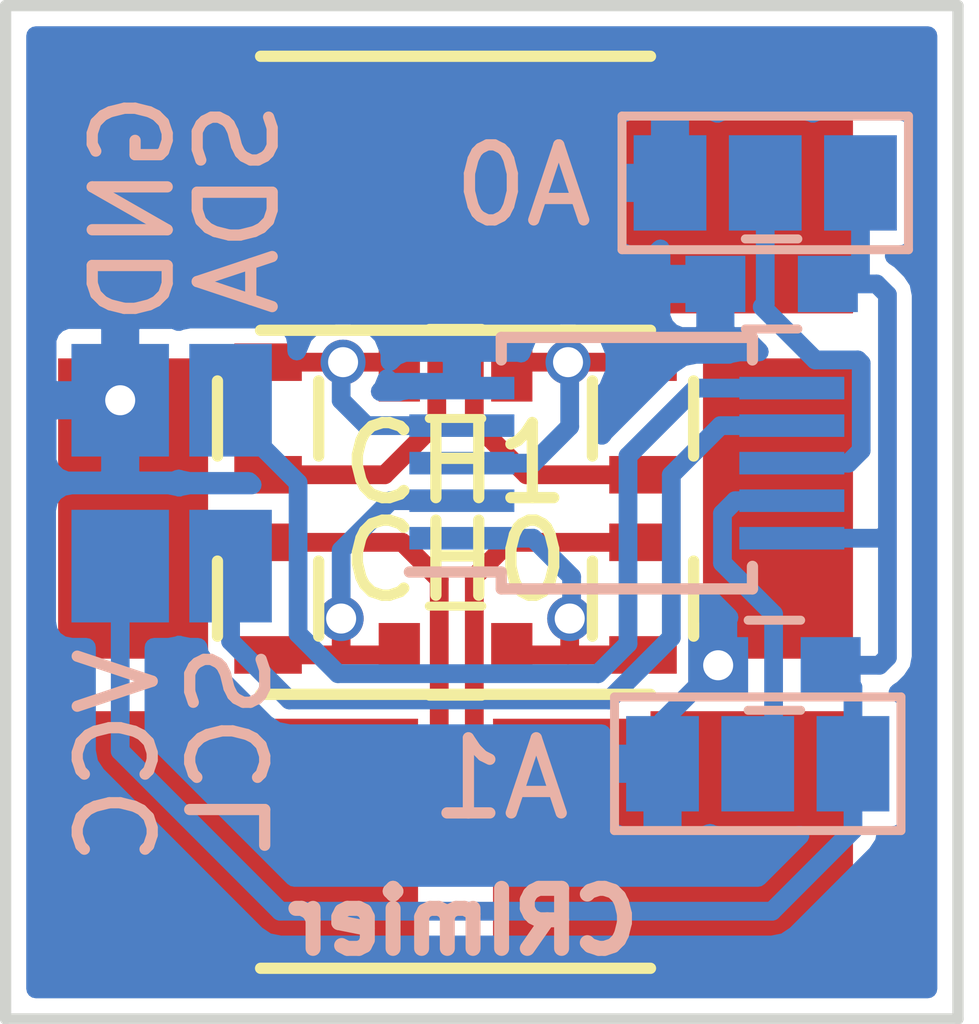
<source format=kicad_pcb>
(kicad_pcb (version 4) (host pcbnew 4.0.4-stable)

  (general
    (links 32)
    (no_connects 4)
    (area 158.924999 109.424999 171.775001 123.075001)
    (thickness 1.6)
    (drawings 5)
    (tracks 113)
    (zones 0)
    (modules 23)
    (nets 15)
  )

  (page A4)
  (layers
    (0 F.Cu signal)
    (31 B.Cu signal)
    (32 B.Adhes user hide)
    (33 F.Adhes user hide)
    (34 B.Paste user hide)
    (35 F.Paste user hide)
    (36 B.SilkS user)
    (37 F.SilkS user)
    (38 B.Mask user hide)
    (39 F.Mask user hide)
    (40 Dwgs.User user)
    (41 Cmts.User user)
    (42 Eco1.User user)
    (43 Eco2.User user hide)
    (44 Edge.Cuts user)
    (45 Margin user)
    (46 B.CrtYd user hide)
    (47 F.CrtYd user hide)
    (48 B.Fab user hide)
    (49 F.Fab user hide)
  )

  (setup
    (last_trace_width 0.25)
    (trace_clearance 0.1)
    (zone_clearance 0.2)
    (zone_45_only no)
    (trace_min 0.2)
    (segment_width 0.2)
    (edge_width 0.15)
    (via_size 0.6)
    (via_drill 0.4)
    (via_min_size 0.4)
    (via_min_drill 0.3)
    (uvia_size 0.3)
    (uvia_drill 0.1)
    (uvias_allowed no)
    (uvia_min_size 0.2)
    (uvia_min_drill 0.1)
    (pcb_text_width 0.3)
    (pcb_text_size 1.5 1.5)
    (mod_edge_width 0.15)
    (mod_text_size 1 1)
    (mod_text_width 0.15)
    (pad_size 2 4)
    (pad_drill 0)
    (pad_to_mask_clearance 0.2)
    (aux_axis_origin 0 0)
    (visible_elements 7FFFFF7F)
    (pcbplotparams
      (layerselection 0x00030_80000001)
      (usegerberextensions false)
      (excludeedgelayer true)
      (linewidth 0.100000)
      (plotframeref false)
      (viasonmask false)
      (mode 1)
      (useauxorigin false)
      (hpglpennumber 1)
      (hpglpenspeed 20)
      (hpglpendiameter 15)
      (hpglpenoverlay 2)
      (psnegative false)
      (psa4output false)
      (plotreference true)
      (plotvalue true)
      (plotinvisibletext false)
      (padsonsilk false)
      (subtractmaskfromsilk false)
      (outputformat 1)
      (mirror false)
      (drillshape 1)
      (scaleselection 1)
      (outputdirectory ""))
  )

  (net 0 "")
  (net 1 VCC)
  (net 2 GND)
  (net 3 "Net-(C2-Pad1)")
  (net 4 "Net-(C2-Pad2)")
  (net 5 "Net-(C3-Pad1)")
  (net 6 "Net-(C3-Pad2)")
  (net 7 "Net-(JP1-Pad2)")
  (net 8 "Net-(JP2-Pad2)")
  (net 9 "Net-(R1-Pad1)")
  (net 10 "Net-(R1-Pad2)")
  (net 11 "Net-(R2-Pad1)")
  (net 12 "Net-(R2-Pad2)")
  (net 13 "Net-(U1-Pad6)")
  (net 14 "Net-(U1-Pad7)")

  (net_class Default "This is the default net class."
    (clearance 0.1)
    (trace_width 0.25)
    (via_dia 0.6)
    (via_drill 0.4)
    (uvia_dia 0.3)
    (uvia_drill 0.1)
    (add_net GND)
    (add_net "Net-(C2-Pad1)")
    (add_net "Net-(C2-Pad2)")
    (add_net "Net-(C3-Pad1)")
    (add_net "Net-(C3-Pad2)")
    (add_net "Net-(JP1-Pad2)")
    (add_net "Net-(JP2-Pad2)")
    (add_net "Net-(R1-Pad1)")
    (add_net "Net-(R1-Pad2)")
    (add_net "Net-(R2-Pad1)")
    (add_net "Net-(R2-Pad2)")
    (add_net "Net-(U1-Pad6)")
    (add_net "Net-(U1-Pad7)")
    (add_net VCC)
  )

  (module Capacitors_SMD:C_0603 (layer B.Cu) (tedit 589A87EA) (tstamp 589A6E59)
    (at 169.2522 118.2878 180)
    (descr "Capacitor SMD 0603, reflow soldering, AVX (see smccp.pdf)")
    (tags "capacitor 0603")
    (path /588006F0)
    (attr smd)
    (fp_text reference C1 (at 0 1.9 180) (layer B.SilkS) hide
      (effects (font (size 1 1) (thickness 0.15)) (justify mirror))
    )
    (fp_text value C_Small (at 0 -1.9 180) (layer B.Fab)
      (effects (font (size 1 1) (thickness 0.15)) (justify mirror))
    )
    (fp_line (start -0.8 -0.4) (end -0.8 0.4) (layer B.Fab) (width 0.1))
    (fp_line (start 0.8 -0.4) (end -0.8 -0.4) (layer B.Fab) (width 0.1))
    (fp_line (start 0.8 0.4) (end 0.8 -0.4) (layer B.Fab) (width 0.1))
    (fp_line (start -0.8 0.4) (end 0.8 0.4) (layer B.Fab) (width 0.1))
    (fp_line (start -1.45 0.75) (end 1.45 0.75) (layer B.CrtYd) (width 0.05))
    (fp_line (start -1.45 -0.75) (end 1.45 -0.75) (layer B.CrtYd) (width 0.05))
    (fp_line (start -1.45 0.75) (end -1.45 -0.75) (layer B.CrtYd) (width 0.05))
    (fp_line (start 1.45 0.75) (end 1.45 -0.75) (layer B.CrtYd) (width 0.05))
    (fp_line (start -0.35 0.6) (end 0.35 0.6) (layer B.SilkS) (width 0.12))
    (fp_line (start 0.35 -0.6) (end -0.35 -0.6) (layer B.SilkS) (width 0.12))
    (pad 1 smd rect (at -0.75 0 180) (size 0.8 0.75) (layers B.Cu B.Paste B.Mask)
      (net 1 VCC))
    (pad 2 smd rect (at 0.75 0 180) (size 0.8 0.75) (layers B.Cu B.Paste B.Mask)
      (net 2 GND))
    (model Capacitors_SMD.3dshapes/C_0603.wrl
      (at (xyz 0 0 0))
      (scale (xyz 1 1 1))
      (rotate (xyz 0 0 0))
    )
  )

  (module Capacitors_SMD:C_0603 (layer F.Cu) (tedit 589B96BA) (tstamp 589A6E5F)
    (at 165 114.4 180)
    (descr "Capacitor SMD 0603, reflow soldering, AVX (see smccp.pdf)")
    (tags "capacitor 0603")
    (path /589A7237)
    (attr smd)
    (fp_text reference C2 (at 0 -1.9 180) (layer F.SilkS) hide
      (effects (font (size 1 1) (thickness 0.15)))
    )
    (fp_text value C_Small (at 0 1.9 180) (layer F.Fab) hide
      (effects (font (size 1 1) (thickness 0.15)))
    )
    (fp_line (start -0.8 0.4) (end -0.8 -0.4) (layer F.Fab) (width 0.1))
    (fp_line (start 0.8 0.4) (end -0.8 0.4) (layer F.Fab) (width 0.1))
    (fp_line (start 0.8 -0.4) (end 0.8 0.4) (layer F.Fab) (width 0.1))
    (fp_line (start -0.8 -0.4) (end 0.8 -0.4) (layer F.Fab) (width 0.1))
    (fp_line (start -1.45 -0.75) (end 1.45 -0.75) (layer F.CrtYd) (width 0.05))
    (fp_line (start -1.45 0.75) (end 1.45 0.75) (layer F.CrtYd) (width 0.05))
    (fp_line (start -1.45 -0.75) (end -1.45 0.75) (layer F.CrtYd) (width 0.05))
    (fp_line (start 1.45 -0.75) (end 1.45 0.75) (layer F.CrtYd) (width 0.05))
    (fp_line (start -0.35 -0.6) (end 0.35 -0.6) (layer F.SilkS) (width 0.12))
    (fp_line (start 0.35 0.6) (end -0.35 0.6) (layer F.SilkS) (width 0.12))
    (pad 1 smd rect (at -0.75 0 180) (size 0.55 0.75) (layers F.Cu F.Paste F.Mask)
      (net 3 "Net-(C2-Pad1)"))
    (pad 2 smd rect (at 0.75 0 180) (size 0.55 0.75) (layers F.Cu F.Paste F.Mask)
      (net 4 "Net-(C2-Pad2)"))
    (model Capacitors_SMD.3dshapes/C_0603.wrl
      (at (xyz 0 0 0))
      (scale (xyz 1 1 1))
      (rotate (xyz 0 0 0))
    )
  )

  (module Capacitors_SMD:C_0603 (layer F.Cu) (tedit 589B96CE) (tstamp 589A6E65)
    (at 165 118.1 180)
    (descr "Capacitor SMD 0603, reflow soldering, AVX (see smccp.pdf)")
    (tags "capacitor 0603")
    (path /589A728E)
    (attr smd)
    (fp_text reference C3 (at 0 -1.9 180) (layer F.SilkS) hide
      (effects (font (size 1 1) (thickness 0.15)))
    )
    (fp_text value C_Small (at 0 1.9 180) (layer F.Fab) hide
      (effects (font (size 1 1) (thickness 0.15)))
    )
    (fp_line (start -0.8 0.4) (end -0.8 -0.4) (layer F.Fab) (width 0.1))
    (fp_line (start 0.8 0.4) (end -0.8 0.4) (layer F.Fab) (width 0.1))
    (fp_line (start 0.8 -0.4) (end 0.8 0.4) (layer F.Fab) (width 0.1))
    (fp_line (start -0.8 -0.4) (end 0.8 -0.4) (layer F.Fab) (width 0.1))
    (fp_line (start -1.45 -0.75) (end 1.45 -0.75) (layer F.CrtYd) (width 0.05))
    (fp_line (start -1.45 0.75) (end 1.45 0.75) (layer F.CrtYd) (width 0.05))
    (fp_line (start -1.45 -0.75) (end -1.45 0.75) (layer F.CrtYd) (width 0.05))
    (fp_line (start 1.45 -0.75) (end 1.45 0.75) (layer F.CrtYd) (width 0.05))
    (fp_line (start -0.35 -0.6) (end 0.35 -0.6) (layer F.SilkS) (width 0.12))
    (fp_line (start 0.35 0.6) (end -0.35 0.6) (layer F.SilkS) (width 0.12))
    (pad 1 smd rect (at -0.75 0 180) (size 0.55 0.75) (layers F.Cu F.Paste F.Mask)
      (net 5 "Net-(C3-Pad1)"))
    (pad 2 smd rect (at 0.75 0 180) (size 0.55 0.75) (layers F.Cu F.Paste F.Mask)
      (net 6 "Net-(C3-Pad2)"))
    (model Capacitors_SMD.3dshapes/C_0603.wrl
      (at (xyz 0 0 0))
      (scale (xyz 1 1 1))
      (rotate (xyz 0 0 0))
    )
  )

  (module Connect:GS3 (layer B.Cu) (tedit 589A88BF) (tstamp 589A6E6C)
    (at 169.13 111.8616 270)
    (descr "3-pin solder bridge")
    (tags "solder bridge")
    (path /587FFEFC)
    (attr smd)
    (fp_text reference JP1 (at -1.7 0 360) (layer B.SilkS) hide
      (effects (font (size 1 1) (thickness 0.15)) (justify mirror))
    )
    (fp_text value A0 (at 0.0384 3.23 360) (layer B.SilkS)
      (effects (font (size 1 1) (thickness 0.15)) (justify mirror))
    )
    (fp_line (start -1.15 2.15) (end 1.15 2.15) (layer B.CrtYd) (width 0.05))
    (fp_line (start 1.15 2.15) (end 1.15 -2.15) (layer B.CrtYd) (width 0.05))
    (fp_line (start 1.15 -2.15) (end -1.15 -2.15) (layer B.CrtYd) (width 0.05))
    (fp_line (start -1.15 -2.15) (end -1.15 2.15) (layer B.CrtYd) (width 0.05))
    (fp_line (start -0.89 1.91) (end -0.89 -1.91) (layer B.SilkS) (width 0.12))
    (fp_line (start -0.89 -1.91) (end 0.89 -1.91) (layer B.SilkS) (width 0.12))
    (fp_line (start 0.89 -1.91) (end 0.89 1.91) (layer B.SilkS) (width 0.12))
    (fp_line (start -0.89 1.91) (end 0.89 1.91) (layer B.SilkS) (width 0.12))
    (pad 1 smd rect (at 0 1.27 270) (size 1.27 0.97) (layers B.Cu B.Paste B.Mask)
      (net 2 GND))
    (pad 2 smd rect (at 0 0 270) (size 1.27 0.97) (layers B.Cu B.Paste B.Mask)
      (net 7 "Net-(JP1-Pad2)"))
    (pad 3 smd rect (at 0 -1.27 270) (size 1.27 0.97) (layers B.Cu B.Paste B.Mask)
      (net 1 VCC))
  )

  (module Connect:GS3 (layer B.Cu) (tedit 589A88E7) (tstamp 589A6E73)
    (at 169.03 119.6 90)
    (descr "3-pin solder bridge")
    (tags "solder bridge")
    (path /587FFF51)
    (attr smd)
    (fp_text reference JP2 (at -1.7 0 180) (layer B.SilkS) hide
      (effects (font (size 1 1) (thickness 0.15)) (justify mirror))
    )
    (fp_text value A1 (at -0.2 -3.43 180) (layer B.SilkS)
      (effects (font (size 1 1) (thickness 0.15)) (justify mirror))
    )
    (fp_line (start -1.15 2.15) (end 1.15 2.15) (layer B.CrtYd) (width 0.05))
    (fp_line (start 1.15 2.15) (end 1.15 -2.15) (layer B.CrtYd) (width 0.05))
    (fp_line (start 1.15 -2.15) (end -1.15 -2.15) (layer B.CrtYd) (width 0.05))
    (fp_line (start -1.15 -2.15) (end -1.15 2.15) (layer B.CrtYd) (width 0.05))
    (fp_line (start -0.89 1.91) (end -0.89 -1.91) (layer B.SilkS) (width 0.12))
    (fp_line (start -0.89 -1.91) (end 0.89 -1.91) (layer B.SilkS) (width 0.12))
    (fp_line (start 0.89 -1.91) (end 0.89 1.91) (layer B.SilkS) (width 0.12))
    (fp_line (start -0.89 1.91) (end 0.89 1.91) (layer B.SilkS) (width 0.12))
    (pad 1 smd rect (at 0 1.27 90) (size 1.27 0.97) (layers B.Cu B.Paste B.Mask)
      (net 1 VCC))
    (pad 2 smd rect (at 0 0 90) (size 1.27 0.97) (layers B.Cu B.Paste B.Mask)
      (net 8 "Net-(JP2-Pad2)"))
    (pad 3 smd rect (at 0 -1.27 90) (size 1.27 0.97) (layers B.Cu B.Paste B.Mask)
      (net 2 GND))
  )

  (module Resistors_SMD:R_0603 (layer F.Cu) (tedit 589A87DE) (tstamp 589A6E85)
    (at 167.5 115 90)
    (descr "Resistor SMD 0603, reflow soldering, Vishay (see dcrcw.pdf)")
    (tags "resistor 0603")
    (path /589A7024)
    (attr smd)
    (fp_text reference R3 (at 0 -1.9 90) (layer F.SilkS) hide
      (effects (font (size 1 1) (thickness 0.15)))
    )
    (fp_text value R (at -0.139 2.286 90) (layer F.Fab)
      (effects (font (size 1 1) (thickness 0.15)))
    )
    (fp_line (start -0.8 0.4) (end -0.8 -0.4) (layer F.Fab) (width 0.1))
    (fp_line (start 0.8 0.4) (end -0.8 0.4) (layer F.Fab) (width 0.1))
    (fp_line (start 0.8 -0.4) (end 0.8 0.4) (layer F.Fab) (width 0.1))
    (fp_line (start -0.8 -0.4) (end 0.8 -0.4) (layer F.Fab) (width 0.1))
    (fp_line (start -1.3 -0.8) (end 1.3 -0.8) (layer F.CrtYd) (width 0.05))
    (fp_line (start -1.3 0.8) (end 1.3 0.8) (layer F.CrtYd) (width 0.05))
    (fp_line (start -1.3 -0.8) (end -1.3 0.8) (layer F.CrtYd) (width 0.05))
    (fp_line (start 1.3 -0.8) (end 1.3 0.8) (layer F.CrtYd) (width 0.05))
    (fp_line (start 0.5 0.675) (end -0.5 0.675) (layer F.SilkS) (width 0.15))
    (fp_line (start -0.5 -0.675) (end 0.5 -0.675) (layer F.SilkS) (width 0.15))
    (pad 1 smd rect (at -0.75 0 90) (size 0.5 0.9) (layers F.Cu F.Paste F.Mask)
      (net 10 "Net-(R1-Pad2)"))
    (pad 2 smd rect (at 0.75 0 90) (size 0.5 0.9) (layers F.Cu F.Paste F.Mask)
      (net 3 "Net-(C2-Pad1)"))
    (model Resistors_SMD.3dshapes/R_0603.wrl
      (at (xyz 0 0 0))
      (scale (xyz 1 1 1))
      (rotate (xyz 0 0 0))
    )
  )

  (module Resistors_SMD:R_0603 (layer F.Cu) (tedit 589B96E1) (tstamp 589A6E8B)
    (at 162.5 115 90)
    (descr "Resistor SMD 0603, reflow soldering, Vishay (see dcrcw.pdf)")
    (tags "resistor 0603")
    (path /589A7071)
    (attr smd)
    (fp_text reference R4 (at 0 -1.9 90) (layer F.SilkS) hide
      (effects (font (size 1 1) (thickness 0.15)))
    )
    (fp_text value R (at 0 1.9 90) (layer F.Fab) hide
      (effects (font (size 1 1) (thickness 0.15)))
    )
    (fp_line (start -0.8 0.4) (end -0.8 -0.4) (layer F.Fab) (width 0.1))
    (fp_line (start 0.8 0.4) (end -0.8 0.4) (layer F.Fab) (width 0.1))
    (fp_line (start 0.8 -0.4) (end 0.8 0.4) (layer F.Fab) (width 0.1))
    (fp_line (start -0.8 -0.4) (end 0.8 -0.4) (layer F.Fab) (width 0.1))
    (fp_line (start -1.3 -0.8) (end 1.3 -0.8) (layer F.CrtYd) (width 0.05))
    (fp_line (start -1.3 0.8) (end 1.3 0.8) (layer F.CrtYd) (width 0.05))
    (fp_line (start -1.3 -0.8) (end -1.3 0.8) (layer F.CrtYd) (width 0.05))
    (fp_line (start 1.3 -0.8) (end 1.3 0.8) (layer F.CrtYd) (width 0.05))
    (fp_line (start 0.5 0.675) (end -0.5 0.675) (layer F.SilkS) (width 0.15))
    (fp_line (start -0.5 -0.675) (end 0.5 -0.675) (layer F.SilkS) (width 0.15))
    (pad 1 smd rect (at -0.75 0 90) (size 0.5 0.9) (layers F.Cu F.Paste F.Mask)
      (net 9 "Net-(R1-Pad1)"))
    (pad 2 smd rect (at 0.75 0 90) (size 0.5 0.9) (layers F.Cu F.Paste F.Mask)
      (net 4 "Net-(C2-Pad2)"))
    (model Resistors_SMD.3dshapes/R_0603.wrl
      (at (xyz 0 0 0))
      (scale (xyz 1 1 1))
      (rotate (xyz 0 0 0))
    )
  )

  (module Resistors_SMD:R_0603 (layer F.Cu) (tedit 589B96DE) (tstamp 589A6E91)
    (at 162.5 117.4 90)
    (descr "Resistor SMD 0603, reflow soldering, Vishay (see dcrcw.pdf)")
    (tags "resistor 0603")
    (path /589A70C1)
    (attr smd)
    (fp_text reference R5 (at 0 -1.9 90) (layer F.SilkS) hide
      (effects (font (size 1 1) (thickness 0.15)))
    )
    (fp_text value R (at 0 1.9 90) (layer F.Fab) hide
      (effects (font (size 1 1) (thickness 0.15)))
    )
    (fp_line (start -0.8 0.4) (end -0.8 -0.4) (layer F.Fab) (width 0.1))
    (fp_line (start 0.8 0.4) (end -0.8 0.4) (layer F.Fab) (width 0.1))
    (fp_line (start 0.8 -0.4) (end 0.8 0.4) (layer F.Fab) (width 0.1))
    (fp_line (start -0.8 -0.4) (end 0.8 -0.4) (layer F.Fab) (width 0.1))
    (fp_line (start -1.3 -0.8) (end 1.3 -0.8) (layer F.CrtYd) (width 0.05))
    (fp_line (start -1.3 0.8) (end 1.3 0.8) (layer F.CrtYd) (width 0.05))
    (fp_line (start -1.3 -0.8) (end -1.3 0.8) (layer F.CrtYd) (width 0.05))
    (fp_line (start 1.3 -0.8) (end 1.3 0.8) (layer F.CrtYd) (width 0.05))
    (fp_line (start 0.5 0.675) (end -0.5 0.675) (layer F.SilkS) (width 0.15))
    (fp_line (start -0.5 -0.675) (end 0.5 -0.675) (layer F.SilkS) (width 0.15))
    (pad 1 smd rect (at -0.75 0 90) (size 0.5 0.9) (layers F.Cu F.Paste F.Mask)
      (net 6 "Net-(C3-Pad2)"))
    (pad 2 smd rect (at 0.75 0 90) (size 0.5 0.9) (layers F.Cu F.Paste F.Mask)
      (net 12 "Net-(R2-Pad2)"))
    (model Resistors_SMD.3dshapes/R_0603.wrl
      (at (xyz 0 0 0))
      (scale (xyz 1 1 1))
      (rotate (xyz 0 0 0))
    )
  )

  (module Resistors_SMD:R_0603 (layer F.Cu) (tedit 589A87DB) (tstamp 589A6E97)
    (at 167.5 117.4 90)
    (descr "Resistor SMD 0603, reflow soldering, Vishay (see dcrcw.pdf)")
    (tags "resistor 0603")
    (path /589A7112)
    (attr smd)
    (fp_text reference R6 (at 0 -1.9 90) (layer F.SilkS) hide
      (effects (font (size 1 1) (thickness 0.15)))
    )
    (fp_text value R (at 0 1.9 90) (layer F.Fab)
      (effects (font (size 1 1) (thickness 0.15)))
    )
    (fp_line (start -0.8 0.4) (end -0.8 -0.4) (layer F.Fab) (width 0.1))
    (fp_line (start 0.8 0.4) (end -0.8 0.4) (layer F.Fab) (width 0.1))
    (fp_line (start 0.8 -0.4) (end 0.8 0.4) (layer F.Fab) (width 0.1))
    (fp_line (start -0.8 -0.4) (end 0.8 -0.4) (layer F.Fab) (width 0.1))
    (fp_line (start -1.3 -0.8) (end 1.3 -0.8) (layer F.CrtYd) (width 0.05))
    (fp_line (start -1.3 0.8) (end 1.3 0.8) (layer F.CrtYd) (width 0.05))
    (fp_line (start -1.3 -0.8) (end -1.3 0.8) (layer F.CrtYd) (width 0.05))
    (fp_line (start 1.3 -0.8) (end 1.3 0.8) (layer F.CrtYd) (width 0.05))
    (fp_line (start 0.5 0.675) (end -0.5 0.675) (layer F.SilkS) (width 0.15))
    (fp_line (start -0.5 -0.675) (end 0.5 -0.675) (layer F.SilkS) (width 0.15))
    (pad 1 smd rect (at -0.75 0 90) (size 0.5 0.9) (layers F.Cu F.Paste F.Mask)
      (net 5 "Net-(C3-Pad1)"))
    (pad 2 smd rect (at 0.75 0 90) (size 0.5 0.9) (layers F.Cu F.Paste F.Mask)
      (net 11 "Net-(R2-Pad1)"))
    (model Resistors_SMD.3dshapes/R_0603.wrl
      (at (xyz 0 0 0))
      (scale (xyz 1 1 1))
      (rotate (xyz 0 0 0))
    )
  )

  (module Housings_SSOP:MSOP-10_3x3mm_Pitch0.5mm (layer B.Cu) (tedit 589A88FB) (tstamp 589A6EA5)
    (at 167.2844 115.5954)
    (descr "10-Lead Plastic Micro Small Outline Package (MS) [MSOP] (see Microchip Packaging Specification 00000049BS.pdf)")
    (tags "SSOP 0.5")
    (path /587FFC66)
    (attr smd)
    (fp_text reference U1 (at 0 2.6) (layer B.SilkS) hide
      (effects (font (size 1 1) (thickness 0.15)) (justify mirror))
    )
    (fp_text value LTC2990 (at 0 -2.6) (layer B.Fab)
      (effects (font (size 1 1) (thickness 0.15)) (justify mirror))
    )
    (fp_line (start -0.5 1.5) (end 1.5 1.5) (layer B.Fab) (width 0.15))
    (fp_line (start 1.5 1.5) (end 1.5 -1.5) (layer B.Fab) (width 0.15))
    (fp_line (start 1.5 -1.5) (end -1.5 -1.5) (layer B.Fab) (width 0.15))
    (fp_line (start -1.5 -1.5) (end -1.5 0.5) (layer B.Fab) (width 0.15))
    (fp_line (start -1.5 0.5) (end -0.5 1.5) (layer B.Fab) (width 0.15))
    (fp_line (start -3.15 1.85) (end -3.15 -1.85) (layer B.CrtYd) (width 0.05))
    (fp_line (start 3.15 1.85) (end 3.15 -1.85) (layer B.CrtYd) (width 0.05))
    (fp_line (start -3.15 1.85) (end 3.15 1.85) (layer B.CrtYd) (width 0.05))
    (fp_line (start -3.15 -1.85) (end 3.15 -1.85) (layer B.CrtYd) (width 0.05))
    (fp_line (start -1.675 1.675) (end -1.675 1.45) (layer B.SilkS) (width 0.15))
    (fp_line (start 1.675 1.675) (end 1.675 1.375) (layer B.SilkS) (width 0.15))
    (fp_line (start 1.675 -1.675) (end 1.675 -1.375) (layer B.SilkS) (width 0.15))
    (fp_line (start -1.675 -1.675) (end -1.675 -1.375) (layer B.SilkS) (width 0.15))
    (fp_line (start -1.675 1.675) (end 1.675 1.675) (layer B.SilkS) (width 0.15))
    (fp_line (start -1.675 -1.675) (end 1.675 -1.675) (layer B.SilkS) (width 0.15))
    (fp_line (start -1.675 1.45) (end -2.9 1.45) (layer B.SilkS) (width 0.15))
    (pad 1 smd rect (at -2.2 1) (size 1.4 0.3) (layers B.Cu B.Paste B.Mask)
      (net 5 "Net-(C3-Pad1)"))
    (pad 2 smd rect (at -2.2 0.5) (size 1.4 0.3) (layers B.Cu B.Paste B.Mask)
      (net 6 "Net-(C3-Pad2)"))
    (pad 3 smd rect (at -2.2 0) (size 1.4 0.3) (layers B.Cu B.Paste B.Mask)
      (net 3 "Net-(C2-Pad1)"))
    (pad 4 smd rect (at -2.2 -0.5) (size 1.4 0.3) (layers B.Cu B.Paste B.Mask)
      (net 4 "Net-(C2-Pad2)"))
    (pad 5 smd rect (at -2.2 -1) (size 1.4 0.3) (layers B.Cu B.Paste B.Mask)
      (net 2 GND))
    (pad 6 smd rect (at 2.2 -1) (size 1.4 0.3) (layers B.Cu B.Paste B.Mask)
      (net 13 "Net-(U1-Pad6)"))
    (pad 7 smd rect (at 2.2 -0.5) (size 1.4 0.3) (layers B.Cu B.Paste B.Mask)
      (net 14 "Net-(U1-Pad7)"))
    (pad 8 smd rect (at 2.2 0) (size 1.4 0.3) (layers B.Cu B.Paste B.Mask)
      (net 7 "Net-(JP1-Pad2)"))
    (pad 9 smd rect (at 2.2 0.5) (size 1.4 0.3) (layers B.Cu B.Paste B.Mask)
      (net 8 "Net-(JP2-Pad2)"))
    (pad 10 smd rect (at 2.2 1) (size 1.4 0.3) (layers B.Cu B.Paste B.Mask)
      (net 1 VCC))
    (model Housings_SSOP.3dshapes/MSOP-10_3x3mm_Pitch0.5mm.wrl
      (at (xyz 0 0 0))
      (scale (xyz 1 1 1))
      (rotate (xyz 0 0 0))
    )
  )

  (module Measurement_Points:Measurement_Point_Square-SMD-Pad_Big (layer F.Cu) (tedit 589B96C8) (tstamp 589A6EAA)
    (at 167 112)
    (descr "Mesurement Point, Square, SMD Pad,  3mm x 3mm,")
    (tags "Mesurement Point Square SMD Pad 3x3mm")
    (path /5880002C)
    (attr virtual)
    (fp_text reference W1 (at 0 -3) (layer F.SilkS) hide
      (effects (font (size 1 1) (thickness 0.15)))
    )
    (fp_text value TEST_1P (at 0 3) (layer F.Fab) hide
      (effects (font (size 1 1) (thickness 0.15)))
    )
    (fp_line (start -1.75 -1.75) (end 1.75 -1.75) (layer F.CrtYd) (width 0.05))
    (fp_line (start 1.75 -1.75) (end 1.75 1.75) (layer F.CrtYd) (width 0.05))
    (fp_line (start 1.75 1.75) (end -1.75 1.75) (layer F.CrtYd) (width 0.05))
    (fp_line (start -1.75 1.75) (end -1.75 -1.75) (layer F.CrtYd) (width 0.05))
    (pad 1 smd rect (at 0 0) (size 3 3) (layers F.Cu F.Mask)
      (net 10 "Net-(R1-Pad2)"))
  )

  (module Measurement_Points:Measurement_Point_Square-SMD-Pad_Big (layer F.Cu) (tedit 589B96C2) (tstamp 589A6EAF)
    (at 163 112)
    (descr "Mesurement Point, Square, SMD Pad,  3mm x 3mm,")
    (tags "Mesurement Point Square SMD Pad 3x3mm")
    (path /58800089)
    (attr virtual)
    (fp_text reference W2 (at 0 -3) (layer F.SilkS) hide
      (effects (font (size 1 1) (thickness 0.15)))
    )
    (fp_text value TEST_1P (at 0 3) (layer F.Fab) hide
      (effects (font (size 1 1) (thickness 0.15)))
    )
    (fp_line (start -1.75 -1.75) (end 1.75 -1.75) (layer F.CrtYd) (width 0.05))
    (fp_line (start 1.75 -1.75) (end 1.75 1.75) (layer F.CrtYd) (width 0.05))
    (fp_line (start 1.75 1.75) (end -1.75 1.75) (layer F.CrtYd) (width 0.05))
    (fp_line (start -1.75 1.75) (end -1.75 -1.75) (layer F.CrtYd) (width 0.05))
    (pad 1 smd rect (at 0 0) (size 3 3) (layers F.Cu F.Mask)
      (net 9 "Net-(R1-Pad1)"))
  )

  (module Measurement_Points:Measurement_Point_Square-SMD-Pad_Big (layer F.Cu) (tedit 589B96D3) (tstamp 589A6EB4)
    (at 163 120.5 180)
    (descr "Mesurement Point, Square, SMD Pad,  3mm x 3mm,")
    (tags "Mesurement Point Square SMD Pad 3x3mm")
    (path /588001A1)
    (attr virtual)
    (fp_text reference W3 (at 0 -3 180) (layer F.SilkS) hide
      (effects (font (size 1 1) (thickness 0.15)))
    )
    (fp_text value TEST_1P (at 0 3 180) (layer F.Fab) hide
      (effects (font (size 1 1) (thickness 0.15)))
    )
    (fp_line (start -1.75 -1.75) (end 1.75 -1.75) (layer F.CrtYd) (width 0.05))
    (fp_line (start 1.75 -1.75) (end 1.75 1.75) (layer F.CrtYd) (width 0.05))
    (fp_line (start 1.75 1.75) (end -1.75 1.75) (layer F.CrtYd) (width 0.05))
    (fp_line (start -1.75 1.75) (end -1.75 -1.75) (layer F.CrtYd) (width 0.05))
    (pad 1 smd rect (at 0 0 180) (size 3 3) (layers F.Cu F.Mask)
      (net 12 "Net-(R2-Pad2)"))
  )

  (module Measurement_Points:Measurement_Point_Square-SMD-Pad_Big (layer F.Cu) (tedit 589B96DA) (tstamp 589A6EB9)
    (at 167 120.5 180)
    (descr "Mesurement Point, Square, SMD Pad,  3mm x 3mm,")
    (tags "Mesurement Point Square SMD Pad 3x3mm")
    (path /588001DE)
    (attr virtual)
    (fp_text reference W4 (at 0 -3 180) (layer F.SilkS) hide
      (effects (font (size 1 1) (thickness 0.15)))
    )
    (fp_text value TEST_1P (at 0 3 180) (layer F.Fab) hide
      (effects (font (size 1 1) (thickness 0.15)))
    )
    (fp_line (start -1.75 -1.75) (end 1.75 -1.75) (layer F.CrtYd) (width 0.05))
    (fp_line (start 1.75 -1.75) (end 1.75 1.75) (layer F.CrtYd) (width 0.05))
    (fp_line (start 1.75 1.75) (end -1.75 1.75) (layer F.CrtYd) (width 0.05))
    (fp_line (start -1.75 1.75) (end -1.75 -1.75) (layer F.CrtYd) (width 0.05))
    (pad 1 smd rect (at 0 0 180) (size 3 3) (layers F.Cu F.Mask)
      (net 11 "Net-(R2-Pad1)"))
  )

  (module Measurement_Points:Measurement_Point_Square-SMD-Pad_Small (layer B.Cu) (tedit 589A8873) (tstamp 589A6EBE)
    (at 160.528 114.7572 180)
    (descr "Mesurement Point, Square, SMD Pad,  1.5mm x 1.5mm,")
    (tags "Mesurement Point Square SMD Pad 1.5x1.5mm")
    (path /587FFEA2)
    (attr virtual)
    (fp_text reference W5 (at 0 2 180) (layer B.SilkS) hide
      (effects (font (size 1 1) (thickness 0.15)) (justify mirror))
    )
    (fp_text value GND (at -0.172 2.5572 450) (layer B.SilkS)
      (effects (font (size 1 1) (thickness 0.15)) (justify mirror))
    )
    (fp_line (start -1 1) (end 1 1) (layer B.CrtYd) (width 0.05))
    (fp_line (start 1 1) (end 1 -1) (layer B.CrtYd) (width 0.05))
    (fp_line (start 1 -1) (end -1 -1) (layer B.CrtYd) (width 0.05))
    (fp_line (start -1 -1) (end -1 1) (layer B.CrtYd) (width 0.05))
    (pad 1 smd rect (at 0 0 180) (size 1.3 1.5) (layers B.Cu B.Mask)
      (net 2 GND))
  )

  (module Measurement_Points:Measurement_Point_Square-SMD-Pad_Small (layer B.Cu) (tedit 589A893C) (tstamp 589A6EC3)
    (at 160.528 116.967 180)
    (descr "Mesurement Point, Square, SMD Pad,  1.5mm x 1.5mm,")
    (tags "Mesurement Point Square SMD Pad 1.5x1.5mm")
    (path /587FFE77)
    (attr virtual)
    (fp_text reference W6 (at -0.127 2 180) (layer B.SilkS) hide
      (effects (font (size 1 1) (thickness 0.15)) (justify mirror))
    )
    (fp_text value VCC (at 0.028 -2.533 270) (layer B.SilkS)
      (effects (font (size 1 1) (thickness 0.15)) (justify mirror))
    )
    (fp_line (start -1 1) (end 1 1) (layer B.CrtYd) (width 0.05))
    (fp_line (start 1 1) (end 1 -1) (layer B.CrtYd) (width 0.05))
    (fp_line (start 1 -1) (end -1 -1) (layer B.CrtYd) (width 0.05))
    (fp_line (start -1 -1) (end -1 1) (layer B.CrtYd) (width 0.05))
    (pad 1 smd rect (at 0 0 180) (size 1.3 1.5) (layers B.Cu B.Mask)
      (net 1 VCC))
  )

  (module Measurement_Points:Measurement_Point_Square-SMD-Pad_Small (layer B.Cu) (tedit 589A8910) (tstamp 589A6EC8)
    (at 162 114.7572)
    (descr "Mesurement Point, Square, SMD Pad,  1.5mm x 1.5mm,")
    (tags "Mesurement Point Square SMD Pad 1.5x1.5mm")
    (path /587FFDD6)
    (attr virtual)
    (fp_text reference W7 (at 0 2 90) (layer B.SilkS) hide
      (effects (font (size 1 1) (thickness 0.15)) (justify mirror))
    )
    (fp_text value SDA (at 0.1 -2.5572 90) (layer B.SilkS)
      (effects (font (size 1 1) (thickness 0.15)) (justify mirror))
    )
    (fp_line (start -1 1) (end 1 1) (layer B.CrtYd) (width 0.05))
    (fp_line (start 1 1) (end 1 -1) (layer B.CrtYd) (width 0.05))
    (fp_line (start 1 -1) (end -1 -1) (layer B.CrtYd) (width 0.05))
    (fp_line (start -1 -1) (end -1 1) (layer B.CrtYd) (width 0.05))
    (pad 1 smd rect (at 0 0) (size 1.1 1.5) (layers B.Cu B.Mask)
      (net 13 "Net-(U1-Pad6)"))
  )

  (module Measurement_Points:Measurement_Point_Square-SMD-Pad_Small (layer B.Cu) (tedit 589A8928) (tstamp 589A6ECD)
    (at 162 116.967)
    (descr "Mesurement Point, Square, SMD Pad,  1.5mm x 1.5mm,")
    (tags "Mesurement Point Square SMD Pad 1.5x1.5mm")
    (path /587FFECA)
    (attr virtual)
    (fp_text reference W8 (at -0.0635 2.2225) (layer B.SilkS) hide
      (effects (font (size 1 1) (thickness 0.15)) (justify mirror))
    )
    (fp_text value SCL (at 0 2.433 90) (layer B.SilkS)
      (effects (font (size 1 1) (thickness 0.15)) (justify mirror))
    )
    (fp_line (start -1 1) (end 1 1) (layer B.CrtYd) (width 0.05))
    (fp_line (start 1 1) (end 1 -1) (layer B.CrtYd) (width 0.05))
    (fp_line (start 1 -1) (end -1 -1) (layer B.CrtYd) (width 0.05))
    (fp_line (start -1 -1) (end -1 1) (layer B.CrtYd) (width 0.05))
    (pad 1 smd rect (at 0 0) (size 1.1 1.5) (layers B.Cu B.Mask)
      (net 14 "Net-(U1-Pad7)"))
  )

  (module Resistors_SMD:R_2512_HandSoldering (layer F.Cu) (tedit 589B9701) (tstamp 589A6FA1)
    (at 165 112)
    (descr "Resistor SMD 2512, hand soldering")
    (tags "resistor 2512")
    (path /588002EC)
    (attr smd)
    (fp_text reference R1 (at 0 -3.1) (layer F.SilkS) hide
      (effects (font (size 1 1) (thickness 0.15)))
    )
    (fp_text value CH1 (at 0 3.6 180) (layer F.SilkS)
      (effects (font (size 1 1) (thickness 0.15)))
    )
    (fp_line (start -3.15 1.6) (end -3.15 -1.6) (layer F.Fab) (width 0.1))
    (fp_line (start 3.15 1.6) (end -3.15 1.6) (layer F.Fab) (width 0.1))
    (fp_line (start 3.15 -1.6) (end 3.15 1.6) (layer F.Fab) (width 0.1))
    (fp_line (start -3.15 -1.6) (end 3.15 -1.6) (layer F.Fab) (width 0.1))
    (fp_line (start -5.6 -1.95) (end 5.6 -1.95) (layer F.CrtYd) (width 0.05))
    (fp_line (start -5.6 1.95) (end 5.6 1.95) (layer F.CrtYd) (width 0.05))
    (fp_line (start -5.6 -1.95) (end -5.6 1.95) (layer F.CrtYd) (width 0.05))
    (fp_line (start 5.6 -1.95) (end 5.6 1.95) (layer F.CrtYd) (width 0.05))
    (fp_line (start 2.6 1.825) (end -2.6 1.825) (layer F.SilkS) (width 0.15))
    (fp_line (start -2.6 -1.825) (end 2.6 -1.825) (layer F.SilkS) (width 0.15))
    (pad 1 smd rect (at -3.95 0) (size 2.7 3.2) (layers F.Cu F.Paste F.Mask)
      (net 9 "Net-(R1-Pad1)"))
    (pad 2 smd rect (at 3.95 0) (size 2.7 3.2) (layers F.Cu F.Paste F.Mask)
      (net 10 "Net-(R1-Pad2)"))
    (model Resistors_SMD.3dshapes/R_2512_HandSoldering.wrl
      (at (xyz 0 0 0))
      (scale (xyz 1 1 1))
      (rotate (xyz 0 0 0))
    )
  )

  (module Resistors_SMD:R_2512_HandSoldering (layer F.Cu) (tedit 589A898F) (tstamp 589A6FA6)
    (at 165 120.5 180)
    (descr "Resistor SMD 2512, hand soldering")
    (tags "resistor 2512")
    (path /58800142)
    (attr smd)
    (fp_text reference R2 (at 0 -3.1 180) (layer F.SilkS) hide
      (effects (font (size 1 1) (thickness 0.15)))
    )
    (fp_text value CH0 (at 0 3.6 360) (layer F.SilkS)
      (effects (font (size 1 1) (thickness 0.15)))
    )
    (fp_line (start -3.15 1.6) (end -3.15 -1.6) (layer F.Fab) (width 0.1))
    (fp_line (start 3.15 1.6) (end -3.15 1.6) (layer F.Fab) (width 0.1))
    (fp_line (start 3.15 -1.6) (end 3.15 1.6) (layer F.Fab) (width 0.1))
    (fp_line (start -3.15 -1.6) (end 3.15 -1.6) (layer F.Fab) (width 0.1))
    (fp_line (start -5.6 -1.95) (end 5.6 -1.95) (layer F.CrtYd) (width 0.05))
    (fp_line (start -5.6 1.95) (end 5.6 1.95) (layer F.CrtYd) (width 0.05))
    (fp_line (start -5.6 -1.95) (end -5.6 1.95) (layer F.CrtYd) (width 0.05))
    (fp_line (start 5.6 -1.95) (end 5.6 1.95) (layer F.CrtYd) (width 0.05))
    (fp_line (start 2.6 1.825) (end -2.6 1.825) (layer F.SilkS) (width 0.15))
    (fp_line (start -2.6 -1.825) (end 2.6 -1.825) (layer F.SilkS) (width 0.15))
    (pad 1 smd rect (at -3.95 0 180) (size 2.7 3.2) (layers F.Cu F.Paste F.Mask)
      (net 11 "Net-(R2-Pad1)"))
    (pad 2 smd rect (at 3.95 0 180) (size 2.7 3.2) (layers F.Cu F.Paste F.Mask)
      (net 12 "Net-(R2-Pad2)"))
    (model Resistors_SMD.3dshapes/R_2512_HandSoldering.wrl
      (at (xyz 0 0 0))
      (scale (xyz 1 1 1))
      (rotate (xyz 0 0 0))
    )
  )

  (module Capacitors_SMD:C_0603 (layer B.Cu) (tedit 589A88CB) (tstamp 589A824C)
    (at 169.2148 113.2078 180)
    (descr "Capacitor SMD 0603, reflow soldering, AVX (see smccp.pdf)")
    (tags "capacitor 0603")
    (path /589A822B)
    (attr smd)
    (fp_text reference C4 (at 0 1.9 180) (layer B.SilkS) hide
      (effects (font (size 1 1) (thickness 0.15)) (justify mirror))
    )
    (fp_text value C_Small (at 0 -1.9 180) (layer B.Fab)
      (effects (font (size 1 1) (thickness 0.15)) (justify mirror))
    )
    (fp_line (start -0.8 -0.4) (end -0.8 0.4) (layer B.Fab) (width 0.1))
    (fp_line (start 0.8 -0.4) (end -0.8 -0.4) (layer B.Fab) (width 0.1))
    (fp_line (start 0.8 0.4) (end 0.8 -0.4) (layer B.Fab) (width 0.1))
    (fp_line (start -0.8 0.4) (end 0.8 0.4) (layer B.Fab) (width 0.1))
    (fp_line (start -1.45 0.75) (end 1.45 0.75) (layer B.CrtYd) (width 0.05))
    (fp_line (start -1.45 -0.75) (end 1.45 -0.75) (layer B.CrtYd) (width 0.05))
    (fp_line (start -1.45 0.75) (end -1.45 -0.75) (layer B.CrtYd) (width 0.05))
    (fp_line (start 1.45 0.75) (end 1.45 -0.75) (layer B.CrtYd) (width 0.05))
    (fp_line (start -0.35 0.6) (end 0.35 0.6) (layer B.SilkS) (width 0.12))
    (fp_line (start 0.35 -0.6) (end -0.35 -0.6) (layer B.SilkS) (width 0.12))
    (pad 1 smd rect (at -0.75 0 180) (size 0.8 0.75) (layers B.Cu B.Paste B.Mask)
      (net 1 VCC))
    (pad 2 smd rect (at 0.75 0 180) (size 0.8 0.75) (layers B.Cu B.Paste B.Mask)
      (net 2 GND))
    (model Capacitors_SMD.3dshapes/C_0603.wrl
      (at (xyz 0 0 0))
      (scale (xyz 1 1 1))
      (rotate (xyz 0 0 0))
    )
  )

  (module Measurement_Points:Measurement_Point_Square-SMD-Pad_Big (layer F.Cu) (tedit 589B995F) (tstamp 589B960A)
    (at 160.7 116.2)
    (descr "Mesurement Point, Square, SMD Pad,  3mm x 3mm,")
    (tags "Mesurement Point Square SMD Pad 3x3mm")
    (path /589B9C8D)
    (attr virtual)
    (fp_text reference W9 (at 0 -3) (layer F.SilkS) hide
      (effects (font (size 1 1) (thickness 0.15)))
    )
    (fp_text value TEST_1P (at 0 3) (layer F.Fab)
      (effects (font (size 1 1) (thickness 0.15)))
    )
    (fp_line (start -1.75 -1.75) (end 1.75 -1.75) (layer F.CrtYd) (width 0.05))
    (fp_line (start 1.75 -1.75) (end 1.75 1.75) (layer F.CrtYd) (width 0.05))
    (fp_line (start 1.75 1.75) (end -1.75 1.75) (layer F.CrtYd) (width 0.05))
    (fp_line (start -1.75 1.75) (end -1.75 -1.75) (layer F.CrtYd) (width 0.05))
    (pad 1 smd rect (at 0 0) (size 2 4) (layers F.Cu F.Mask)
      (net 2 GND))
  )

  (module Measurement_Points:Measurement_Point_Square-SMD-Pad_Big (layer F.Cu) (tedit 589B9964) (tstamp 589B9613)
    (at 169.3 116.2)
    (descr "Mesurement Point, Square, SMD Pad,  3mm x 3mm,")
    (tags "Mesurement Point Square SMD Pad 3x3mm")
    (path /589B979D)
    (attr virtual)
    (fp_text reference W10 (at 0 -3) (layer F.SilkS) hide
      (effects (font (size 1 1) (thickness 0.15)))
    )
    (fp_text value TEST_1P (at 0 3) (layer F.Fab)
      (effects (font (size 1 1) (thickness 0.15)))
    )
    (fp_line (start -1.75 -1.75) (end 1.75 -1.75) (layer F.CrtYd) (width 0.05))
    (fp_line (start 1.75 -1.75) (end 1.75 1.75) (layer F.CrtYd) (width 0.05))
    (fp_line (start 1.75 1.75) (end -1.75 1.75) (layer F.CrtYd) (width 0.05))
    (fp_line (start -1.75 1.75) (end -1.75 -1.75) (layer F.CrtYd) (width 0.05))
    (pad 1 smd rect (at 0 0) (size 2 4) (layers F.Cu F.Mask)
      (net 2 GND))
  )

  (gr_text CRImier (at 165.1 121.7) (layer B.SilkS)
    (effects (font (size 0.8 0.8) (thickness 0.2)) (justify mirror))
  )
  (gr_line (start 159 123) (end 159 109.5) (layer Edge.Cuts) (width 0.15))
  (gr_line (start 159 123) (end 171.7 123) (layer Edge.Cuts) (width 0.15))
  (gr_line (start 171.7 109.5) (end 171.7 123) (layer Edge.Cuts) (width 0.15))
  (gr_line (start 159 109.5) (end 171.7 109.5) (layer Edge.Cuts) (width 0.15))

  (segment (start 160.528 116.967) (end 160.528 119.4308) (width 0.25) (layer B.Cu) (net 1))
  (segment (start 160.528 119.4308) (end 162.6616 121.5644) (width 0.25) (layer B.Cu) (net 1))
  (segment (start 162.6616 121.5644) (end 169.2206 121.5644) (width 0.25) (layer B.Cu) (net 1))
  (segment (start 169.2206 121.5644) (end 170.3 120.485) (width 0.25) (layer B.Cu) (net 1))
  (segment (start 170.3 120.485) (end 170.3 119.6) (width 0.25) (layer B.Cu) (net 1))
  (segment (start 169.9648 113.2078) (end 170.4 113.2078) (width 0.25) (layer B.Cu) (net 1))
  (segment (start 170.4 113.2078) (end 170.6148 113.2078) (width 0.25) (layer B.Cu) (net 1))
  (segment (start 170.4 111.8616) (end 170.4 113.2078) (width 0.25) (layer B.Cu) (net 1))
  (segment (start 170.3 119.6) (end 170.3 118.5856) (width 0.25) (layer B.Cu) (net 1))
  (segment (start 170.3 118.5856) (end 170.0022 118.2878) (width 0.25) (layer B.Cu) (net 1))
  (segment (start 169.9514 119.634) (end 169.9514 119.889002) (width 0.25) (layer B.Cu) (net 1))
  (segment (start 170.759411 113.352411) (end 170.759411 116.5098) (width 0.25) (layer B.Cu) (net 1))
  (segment (start 170.759411 116.5098) (end 170.759411 118.180589) (width 0.25) (layer B.Cu) (net 1))
  (segment (start 169.4844 116.5954) (end 170.673811 116.5954) (width 0.25) (layer B.Cu) (net 1))
  (segment (start 170.673811 116.5954) (end 170.759411 116.5098) (width 0.25) (layer B.Cu) (net 1))
  (segment (start 170.6148 113.2078) (end 170.759411 113.352411) (width 0.25) (layer B.Cu) (net 1))
  (segment (start 170.759411 118.180589) (end 170.6522 118.2878) (width 0.25) (layer B.Cu) (net 1))
  (segment (start 170.6522 118.2878) (end 170.0022 118.2878) (width 0.25) (layer B.Cu) (net 1))
  (segment (start 169.926 113.169) (end 169.9648 113.2078) (width 0.25) (layer B.Cu) (net 1))
  (segment (start 170.0022 119.5832) (end 169.9514 119.634) (width 0.25) (layer B.Cu) (net 1))
  (segment (start 168.5022 118.2878) (end 168.5022 116.9978) (width 0.25) (layer F.Cu) (net 2))
  (segment (start 168.5022 116.9978) (end 169.3 116.2) (width 0.25) (layer F.Cu) (net 2))
  (via (at 168.5022 118.2878) (size 0.6) (drill 0.4) (layers F.Cu B.Cu) (net 2))
  (segment (start 160.7 116.2) (end 160.7 114.9292) (width 0.25) (layer F.Cu) (net 2))
  (segment (start 160.7 114.9292) (end 160.528 114.7572) (width 0.25) (layer F.Cu) (net 2))
  (via (at 160.528 114.7572) (size 0.6) (drill 0.4) (layers F.Cu B.Cu) (net 2))
  (segment (start 167.76 119.6) (end 167.76 119.03) (width 0.25) (layer B.Cu) (net 2))
  (segment (start 167.76 119.03) (end 168.5022 118.2878) (width 0.25) (layer B.Cu) (net 2))
  (segment (start 167.5 114.25) (end 166.5 114.25) (width 0.25) (layer F.Cu) (net 3))
  (segment (start 166.5 114.25) (end 165.9 114.25) (width 0.25) (layer F.Cu) (net 3))
  (via (at 166.5 114.25) (size 0.6) (drill 0.4) (layers F.Cu B.Cu) (net 3))
  (segment (start 165.0844 115.5954) (end 166.0344 115.5954) (width 0.25) (layer B.Cu) (net 3))
  (segment (start 166.0344 115.5954) (end 166.5224 115.1074) (width 0.25) (layer B.Cu) (net 3))
  (segment (start 166.5224 115.1074) (end 166.5224 114.2724) (width 0.25) (layer B.Cu) (net 3))
  (segment (start 166.5224 114.2724) (end 166.5 114.25) (width 0.25) (layer B.Cu) (net 3))
  (segment (start 165.9 114.25) (end 165.75 114.4) (width 0.25) (layer F.Cu) (net 3))
  (segment (start 162.5 114.25) (end 163.5 114.25) (width 0.25) (layer F.Cu) (net 4))
  (segment (start 163.5 114.25) (end 164.1 114.25) (width 0.25) (layer F.Cu) (net 4))
  (via (at 163.5 114.25) (size 0.6) (drill 0.4) (layers F.Cu B.Cu) (net 4))
  (segment (start 163.4744 114.2756) (end 163.5 114.25) (width 0.25) (layer B.Cu) (net 4))
  (segment (start 165.0844 115.0954) (end 163.8126 115.0954) (width 0.25) (layer B.Cu) (net 4))
  (segment (start 163.8126 115.0954) (end 163.4744 114.7572) (width 0.25) (layer B.Cu) (net 4))
  (segment (start 163.4744 114.7572) (end 163.4744 114.2756) (width 0.25) (layer B.Cu) (net 4))
  (segment (start 164.1 114.25) (end 164.25 114.4) (width 0.25) (layer F.Cu) (net 4))
  (segment (start 167.5 118.15) (end 166.5 118.15) (width 0.25) (layer F.Cu) (net 5))
  (segment (start 166.5 118.15) (end 165.8 118.15) (width 0.25) (layer F.Cu) (net 5))
  (segment (start 166.5224 117.6655) (end 166.5224 118.1276) (width 0.25) (layer F.Cu) (net 5))
  (segment (start 166.5224 118.1276) (end 166.5 118.15) (width 0.25) (layer F.Cu) (net 5))
  (segment (start 166.5478 117.6401) (end 166.5224 117.6655) (width 0.25) (layer B.Cu) (net 5))
  (via (at 166.5224 117.6655) (size 0.6) (drill 0.4) (layers F.Cu B.Cu) (net 5))
  (segment (start 165.8 118.15) (end 165.75 118.1) (width 0.25) (layer F.Cu) (net 5))
  (segment (start 166.5478 117.1088) (end 166.5478 117.6401) (width 0.25) (layer B.Cu) (net 5))
  (segment (start 165.0844 116.5954) (end 166.0344 116.5954) (width 0.25) (layer B.Cu) (net 5))
  (segment (start 166.0344 116.5954) (end 166.5478 117.1088) (width 0.25) (layer B.Cu) (net 5))
  (segment (start 162.5 118.15) (end 163.4 118.15) (width 0.25) (layer F.Cu) (net 6))
  (segment (start 163.4 118.15) (end 164.2 118.15) (width 0.25) (layer F.Cu) (net 6))
  (segment (start 163.4744 117.6655) (end 163.4744 118.089764) (width 0.25) (layer F.Cu) (net 6))
  (segment (start 163.4744 118.089764) (end 163.414164 118.15) (width 0.25) (layer F.Cu) (net 6))
  (segment (start 163.414164 118.15) (end 163.4 118.15) (width 0.25) (layer F.Cu) (net 6))
  (via (at 163.4744 117.6655) (size 0.6) (drill 0.4) (layers F.Cu B.Cu) (net 6))
  (segment (start 164.2 118.15) (end 164.25 118.1) (width 0.25) (layer F.Cu) (net 6))
  (segment (start 165.0844 116.0954) (end 164.1344 116.0954) (width 0.25) (layer B.Cu) (net 6))
  (segment (start 164.1344 116.0954) (end 163.4744 116.7554) (width 0.25) (layer B.Cu) (net 6))
  (segment (start 163.4744 116.7554) (end 163.4744 117.6655) (width 0.25) (layer B.Cu) (net 6))
  (segment (start 169.13 111.8616) (end 169.13 113.472604) (width 0.25) (layer B.Cu) (net 7))
  (segment (start 169.13 113.472604) (end 169.089801 113.512803) (width 0.25) (layer B.Cu) (net 7))
  (segment (start 169.797397 114.220399) (end 170.364401 114.220399) (width 0.25) (layer B.Cu) (net 7))
  (segment (start 169.089801 113.512803) (end 169.797397 114.220399) (width 0.25) (layer B.Cu) (net 7))
  (segment (start 170.364401 114.220399) (end 170.409401 114.265399) (width 0.25) (layer B.Cu) (net 7))
  (segment (start 170.239402 115.5954) (end 169.4844 115.5954) (width 0.25) (layer B.Cu) (net 7))
  (segment (start 170.409401 114.265399) (end 170.409401 115.425401) (width 0.25) (layer B.Cu) (net 7))
  (segment (start 170.409401 115.425401) (end 170.239402 115.5954) (width 0.25) (layer B.Cu) (net 7))
  (segment (start 169.4844 116.0954) (end 168.729398 116.0954) (width 0.25) (layer B.Cu) (net 8))
  (segment (start 169.241399 119.388601) (end 169.03 119.6) (width 0.25) (layer B.Cu) (net 8))
  (segment (start 168.729398 116.0954) (end 168.559399 116.265399) (width 0.25) (layer B.Cu) (net 8))
  (segment (start 168.559399 116.265399) (end 168.559399 116.925401) (width 0.25) (layer B.Cu) (net 8))
  (segment (start 168.559399 116.925401) (end 169.241399 117.607401) (width 0.25) (layer B.Cu) (net 8))
  (segment (start 169.241399 117.607401) (end 169.241399 119.388601) (width 0.25) (layer B.Cu) (net 8))
  (segment (start 162.5 115.75) (end 164.055002 115.75) (width 0.25) (layer F.Cu) (net 9))
  (segment (start 164.055002 115.75) (end 164.750001 115.055001) (width 0.25) (layer F.Cu) (net 9))
  (segment (start 164.75 112) (end 163 112) (width 0.25) (layer F.Cu) (net 9))
  (segment (start 164.750001 115.055001) (end 164.75 112) (width 0.25) (layer F.Cu) (net 9))
  (segment (start 161.05 112) (end 163 112) (width 0.25) (layer F.Cu) (net 9))
  (segment (start 167.5 115.75) (end 165.944998 115.75) (width 0.25) (layer F.Cu) (net 10))
  (segment (start 165.944998 115.75) (end 165.249999 115.055001) (width 0.25) (layer F.Cu) (net 10))
  (segment (start 168.95 112) (end 167 112) (width 0.25) (layer F.Cu) (net 10))
  (segment (start 165.249999 115.055001) (end 165.25 112) (width 0.25) (layer F.Cu) (net 10))
  (segment (start 165.25 112) (end 167 112) (width 0.25) (layer F.Cu) (net 10))
  (segment (start 167.5 116.65) (end 165.710498 116.65) (width 0.25) (layer F.Cu) (net 11))
  (segment (start 165.710498 116.65) (end 165.249999 117.110499) (width 0.25) (layer F.Cu) (net 11))
  (segment (start 165.249999 117.110499) (end 165.25 120.5) (width 0.25) (layer F.Cu) (net 11))
  (segment (start 165.25 120.5) (end 167 120.5) (width 0.25) (layer F.Cu) (net 11))
  (segment (start 162.5 116.65) (end 164.289502 116.65) (width 0.25) (layer F.Cu) (net 12))
  (segment (start 164.289502 116.65) (end 164.7825 117.142998) (width 0.25) (layer F.Cu) (net 12))
  (segment (start 164.7825 120.4849) (end 164.7674 120.5) (width 0.25) (layer F.Cu) (net 12))
  (segment (start 164.7674 120.5) (end 163 120.5) (width 0.25) (layer F.Cu) (net 12))
  (segment (start 164.7825 117.142998) (end 164.7825 120.4849) (width 0.25) (layer F.Cu) (net 12))
  (segment (start 169.4844 114.5954) (end 168.2046 114.5954) (width 0.25) (layer B.Cu) (net 13))
  (segment (start 168.2046 114.5954) (end 167.3 115.5) (width 0.25) (layer B.Cu) (net 13))
  (segment (start 163.431898 118.4) (end 162.9 117.868102) (width 0.25) (layer B.Cu) (net 13))
  (segment (start 167.3 115.5) (end 167.3 118) (width 0.25) (layer B.Cu) (net 13))
  (segment (start 167.3 118) (end 166.9 118.4) (width 0.25) (layer B.Cu) (net 13))
  (segment (start 166.9 118.4) (end 163.431898 118.4) (width 0.25) (layer B.Cu) (net 13))
  (segment (start 162.9 117.868102) (end 162.9 115.8572) (width 0.25) (layer B.Cu) (net 13))
  (segment (start 162.9 115.8572) (end 162 114.9572) (width 0.25) (layer B.Cu) (net 13))
  (segment (start 162 114.9572) (end 162 114.7572) (width 0.25) (layer B.Cu) (net 13))
  (segment (start 162 116.967) (end 162 117.967) (width 0.25) (layer B.Cu) (net 14))
  (segment (start 162 117.967) (end 162.78301 118.75001) (width 0.25) (layer B.Cu) (net 14))
  (segment (start 168.5344 115.0954) (end 169.4844 115.0954) (width 0.25) (layer B.Cu) (net 14))
  (segment (start 162.78301 118.75001) (end 167.044978 118.75001) (width 0.25) (layer B.Cu) (net 14))
  (segment (start 167.044978 118.75001) (end 167.877199 117.917789) (width 0.25) (layer B.Cu) (net 14))
  (segment (start 167.877199 115.752601) (end 168.5344 115.0954) (width 0.25) (layer B.Cu) (net 14))
  (segment (start 167.877199 117.917789) (end 167.877199 115.752601) (width 0.25) (layer B.Cu) (net 14))

  (zone (net 2) (net_name GND) (layer B.Cu) (tstamp 0) (hatch edge 0.508)
    (connect_pads (clearance 0.2))
    (min_thickness 0.254)
    (fill yes (arc_segments 16) (thermal_gap 0.2) (thermal_bridge_width 0.508))
    (polygon
      (pts
        (xy 159 123) (xy 172 123) (xy 172 109.5) (xy 159 109.5)
      )
    )
    (filled_polygon
      (pts
        (xy 171.298 122.598) (xy 159.402 122.598) (xy 159.402 116.217) (xy 159.544594 116.217) (xy 159.544594 117.717)
        (xy 159.567395 117.838179) (xy 159.639012 117.949474) (xy 159.748286 118.024138) (xy 159.878 118.050406) (xy 160.076 118.050406)
        (xy 160.076 119.4308) (xy 160.110406 119.603773) (xy 160.208388 119.750412) (xy 162.341988 121.884012) (xy 162.488627 121.981994)
        (xy 162.6616 122.0164) (xy 169.2206 122.0164) (xy 169.393573 121.981994) (xy 169.540212 121.884012) (xy 170.619612 120.804612)
        (xy 170.717594 120.657973) (xy 170.73541 120.568406) (xy 170.785 120.568406) (xy 170.906179 120.545605) (xy 171.017474 120.473988)
        (xy 171.092138 120.364714) (xy 171.118406 120.235) (xy 171.118406 118.965) (xy 171.095605 118.843821) (xy 171.023988 118.732526)
        (xy 170.914714 118.657862) (xy 170.90059 118.655002) (xy 170.971812 118.607412) (xy 171.079023 118.500201) (xy 171.177005 118.353562)
        (xy 171.181211 118.332416) (xy 171.211411 118.180589) (xy 171.211411 113.352411) (xy 171.177005 113.179438) (xy 171.079023 113.032799)
        (xy 170.934412 112.888188) (xy 170.852 112.833122) (xy 170.852 112.830006) (xy 170.885 112.830006) (xy 171.006179 112.807205)
        (xy 171.117474 112.735588) (xy 171.192138 112.626314) (xy 171.218406 112.4966) (xy 171.218406 111.2266) (xy 171.195605 111.105421)
        (xy 171.123988 110.994126) (xy 171.014714 110.919462) (xy 170.885 110.893194) (xy 169.915 110.893194) (xy 169.793821 110.915995)
        (xy 169.765918 110.93395) (xy 169.744714 110.919462) (xy 169.615 110.893194) (xy 168.645 110.893194) (xy 168.523821 110.915995)
        (xy 168.494765 110.934692) (xy 168.410045 110.8996) (xy 168.06875 110.8996) (xy 167.987 110.98135) (xy 167.987 111.7346)
        (xy 168.007 111.7346) (xy 168.007 111.9886) (xy 167.987 111.9886) (xy 167.987 112.0086) (xy 167.733 112.0086)
        (xy 167.733 111.9886) (xy 167.12975 111.9886) (xy 167.048 112.07035) (xy 167.048 112.561644) (xy 167.097783 112.68183)
        (xy 167.189769 112.773817) (xy 167.309955 112.8236) (xy 167.65125 112.8236) (xy 167.732998 112.741852) (xy 167.732998 112.8236)
        (xy 167.7378 112.8236) (xy 167.7378 112.99905) (xy 167.81955 113.0808) (xy 168.3378 113.0808) (xy 168.3378 113.0608)
        (xy 168.5918 113.0608) (xy 168.5918 113.0808) (xy 168.6118 113.0808) (xy 168.6118 113.3348) (xy 168.5918 113.3348)
        (xy 168.5918 113.82805) (xy 168.67355 113.9098) (xy 168.847574 113.9098) (xy 169.049768 114.111994) (xy 168.7844 114.111994)
        (xy 168.663221 114.134795) (xy 168.649849 114.1434) (xy 168.2046 114.1434) (xy 168.031627 114.177806) (xy 167.884988 114.275787)
        (xy 166.980388 115.180388) (xy 166.95119 115.224085) (xy 166.9744 115.1074) (xy 166.9744 114.662367) (xy 167.031235 114.605631)
        (xy 167.126891 114.375265) (xy 167.127109 114.125829) (xy 167.031855 113.895297) (xy 166.855631 113.718765) (xy 166.625265 113.623109)
        (xy 166.375829 113.622891) (xy 166.145297 113.718145) (xy 165.968765 113.894369) (xy 165.873109 114.124735) (xy 165.873106 114.128201)
        (xy 165.849444 114.1184) (xy 165.29315 114.1184) (xy 165.2114 114.20015) (xy 165.2114 114.5204) (xy 165.2314 114.5204)
        (xy 165.2314 114.611994) (xy 164.3844 114.611994) (xy 164.263221 114.634795) (xy 164.249849 114.6434) (xy 163.999824 114.6434)
        (xy 163.996615 114.640191) (xy 164.031235 114.605631) (xy 164.087905 114.469155) (xy 164.13915 114.5204) (xy 164.9574 114.5204)
        (xy 164.9574 114.20015) (xy 164.87565 114.1184) (xy 164.319356 114.1184) (xy 164.19917 114.168183) (xy 164.127009 114.240343)
        (xy 164.127109 114.125829) (xy 164.031855 113.895297) (xy 163.855631 113.718765) (xy 163.625265 113.623109) (xy 163.375829 113.622891)
        (xy 163.145297 113.718145) (xy 162.968765 113.894369) (xy 162.883406 114.099937) (xy 162.883406 114.0072) (xy 162.860605 113.886021)
        (xy 162.788988 113.774726) (xy 162.679714 113.700062) (xy 162.55 113.673794) (xy 161.45 113.673794) (xy 161.328821 113.696595)
        (xy 161.31073 113.708237) (xy 161.243044 113.6802) (xy 160.73675 113.6802) (xy 160.655 113.76195) (xy 160.655 114.6302)
        (xy 160.675 114.6302) (xy 160.675 114.8842) (xy 160.655 114.8842) (xy 160.655 115.75245) (xy 160.73675 115.8342)
        (xy 161.243044 115.8342) (xy 161.309231 115.806784) (xy 161.320286 115.814338) (xy 161.45 115.840606) (xy 162.244182 115.840606)
        (xy 162.28717 115.883594) (xy 161.45 115.883594) (xy 161.328821 115.906395) (xy 161.315338 115.915071) (xy 161.307714 115.909862)
        (xy 161.178 115.883594) (xy 159.878 115.883594) (xy 159.756821 115.906395) (xy 159.645526 115.978012) (xy 159.570862 116.087286)
        (xy 159.544594 116.217) (xy 159.402 116.217) (xy 159.402 114.96595) (xy 159.551 114.96595) (xy 159.551 115.572245)
        (xy 159.600783 115.692431) (xy 159.69277 115.784417) (xy 159.812956 115.8342) (xy 160.31925 115.8342) (xy 160.401 115.75245)
        (xy 160.401 114.8842) (xy 159.63275 114.8842) (xy 159.551 114.96595) (xy 159.402 114.96595) (xy 159.402 113.942155)
        (xy 159.551 113.942155) (xy 159.551 114.54845) (xy 159.63275 114.6302) (xy 160.401 114.6302) (xy 160.401 113.76195)
        (xy 160.31925 113.6802) (xy 159.812956 113.6802) (xy 159.69277 113.729983) (xy 159.600783 113.821969) (xy 159.551 113.942155)
        (xy 159.402 113.942155) (xy 159.402 113.41655) (xy 167.7378 113.41655) (xy 167.7378 113.647845) (xy 167.787583 113.768031)
        (xy 167.87957 113.860017) (xy 167.999756 113.9098) (xy 168.25605 113.9098) (xy 168.3378 113.82805) (xy 168.3378 113.3348)
        (xy 167.81955 113.3348) (xy 167.7378 113.41655) (xy 159.402 113.41655) (xy 159.402 111.161556) (xy 167.048 111.161556)
        (xy 167.048 111.65285) (xy 167.12975 111.7346) (xy 167.733 111.7346) (xy 167.733 110.98135) (xy 167.65125 110.8996)
        (xy 167.309955 110.8996) (xy 167.189769 110.949383) (xy 167.097783 111.04137) (xy 167.048 111.161556) (xy 159.402 111.161556)
        (xy 159.402 109.902) (xy 171.298 109.902)
      )
    )
    (filled_polygon
      (pts
        (xy 161.320286 118.024138) (xy 161.45 118.050406) (xy 161.56459 118.050406) (xy 161.582406 118.139973) (xy 161.680388 118.286612)
        (xy 162.463397 119.069622) (xy 162.525605 119.111188) (xy 162.610037 119.167604) (xy 162.78301 119.20201) (xy 166.948 119.20201)
        (xy 166.948 119.39125) (xy 167.02975 119.473) (xy 167.633 119.473) (xy 167.633 119.453) (xy 167.887 119.453)
        (xy 167.887 119.473) (xy 167.907 119.473) (xy 167.907 119.727) (xy 167.887 119.727) (xy 167.887 120.48025)
        (xy 167.96875 120.562) (xy 168.310045 120.562) (xy 168.393663 120.527364) (xy 168.415286 120.542138) (xy 168.545 120.568406)
        (xy 169.515 120.568406) (xy 169.591825 120.553951) (xy 169.033376 121.1124) (xy 162.848824 121.1124) (xy 161.545174 119.80875)
        (xy 166.948 119.80875) (xy 166.948 120.300044) (xy 166.997783 120.42023) (xy 167.089769 120.512217) (xy 167.209955 120.562)
        (xy 167.55125 120.562) (xy 167.633 120.48025) (xy 167.633 119.727) (xy 167.02975 119.727) (xy 166.948 119.80875)
        (xy 161.545174 119.80875) (xy 160.98 119.243576) (xy 160.98 118.050406) (xy 161.178 118.050406) (xy 161.299179 118.027605)
        (xy 161.312662 118.018929)
      )
    )
    (filled_polygon
      (pts
        (xy 168.645762 117.650988) (xy 168.6292 117.66755) (xy 168.6292 118.1608) (xy 168.6492 118.1608) (xy 168.6492 118.4148)
        (xy 168.6292 118.4148) (xy 168.6292 118.4348) (xy 168.3752 118.4348) (xy 168.3752 118.4148) (xy 168.3552 118.4148)
        (xy 168.3552 118.1608) (xy 168.3752 118.1608) (xy 168.3752 117.66755) (xy 168.329199 117.621549) (xy 168.329199 117.334425)
      )
    )
  )
)

</source>
